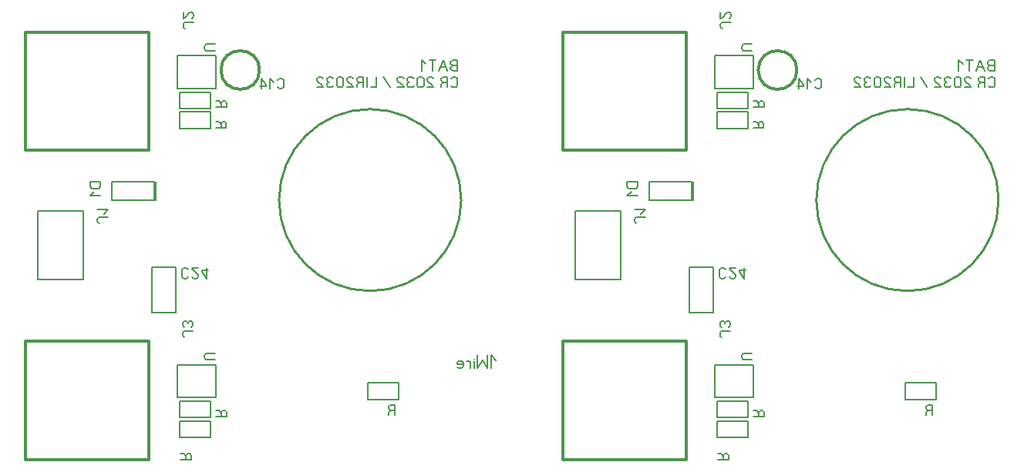
<source format=gbr>
%FSLAX34Y34*%
%MOMM*%
%LNSILK_BOTTOM*%
G71*
G01*
%ADD10C,0.250*%
%ADD11C,0.206*%
%ADD12C,0.200*%
%ADD13C,0.300*%
%ADD14C,0.150*%
%ADD15C,0.178*%
%LPD*%
G54D10*
G75*
G01X408914Y347160D02*
G03X408914Y347160I-100000J0D01*
G01*
G54D11*
X404335Y489220D02*
X404335Y500776D01*
X400001Y500776D01*
X398268Y500054D01*
X397401Y498609D01*
X397401Y497165D01*
X398268Y495720D01*
X400001Y494998D01*
X398268Y494276D01*
X397401Y492831D01*
X397401Y491387D01*
X398268Y489943D01*
X400001Y489220D01*
X404335Y489220D01*
G54D11*
X404335Y494998D02*
X400001Y494998D01*
G54D11*
X393358Y489220D02*
X389024Y500776D01*
X384691Y489220D01*
G54D11*
X391624Y493554D02*
X386424Y493554D01*
G54D11*
X377180Y489220D02*
X377180Y500776D01*
G54D11*
X380647Y500776D02*
X373713Y500776D01*
G54D11*
X369670Y496443D02*
X365336Y500776D01*
X365336Y489220D01*
G54D11*
X398002Y473286D02*
X398869Y471842D01*
X400602Y471119D01*
X402336Y471119D01*
X404069Y471842D01*
X404936Y473286D01*
X404936Y480508D01*
X404069Y481953D01*
X402336Y482675D01*
X400602Y482675D01*
X398869Y481953D01*
X398002Y480508D01*
G54D11*
X390492Y476897D02*
X387892Y475453D01*
X387025Y474008D01*
X387025Y471119D01*
G54D11*
X393959Y471119D02*
X393959Y482675D01*
X389625Y482675D01*
X387892Y481953D01*
X387025Y480508D01*
X387025Y479064D01*
X387892Y477619D01*
X389625Y476897D01*
X393959Y476897D01*
G54D11*
X371831Y471119D02*
X378765Y471119D01*
X378765Y471842D01*
X377898Y473286D01*
X372698Y477619D01*
X371831Y479064D01*
X371831Y480508D01*
X372698Y481953D01*
X374431Y482675D01*
X376165Y482675D01*
X377898Y481953D01*
X378765Y480508D01*
G54D11*
X360854Y480508D02*
X360854Y473286D01*
X361721Y471842D01*
X363454Y471119D01*
X365188Y471119D01*
X366921Y471842D01*
X367788Y473286D01*
X367788Y480508D01*
X366921Y481953D01*
X365188Y482675D01*
X363454Y482675D01*
X361721Y481953D01*
X360854Y480508D01*
G54D11*
X356811Y480508D02*
X355944Y481953D01*
X354211Y482675D01*
X352477Y482675D01*
X350744Y481953D01*
X349877Y480508D01*
X349877Y479064D01*
X350744Y477619D01*
X352477Y476897D01*
X350744Y476175D01*
X349877Y474730D01*
X349877Y473286D01*
X350744Y471842D01*
X352477Y471119D01*
X354211Y471119D01*
X355944Y471842D01*
X356811Y473286D01*
G54D11*
X338900Y471119D02*
X345834Y471119D01*
X345834Y471842D01*
X344967Y473286D01*
X339767Y477619D01*
X338900Y479064D01*
X338900Y480508D01*
X339767Y481953D01*
X341500Y482675D01*
X343234Y482675D01*
X344967Y481953D01*
X345834Y480508D01*
G54D11*
X330640Y471119D02*
X323706Y482675D01*
G54D11*
X315446Y482675D02*
X315446Y471119D01*
X309379Y471119D01*
G54D11*
X305335Y471119D02*
X305335Y482675D01*
G54D11*
X297824Y476897D02*
X295224Y475453D01*
X294357Y474008D01*
X294357Y471119D01*
G54D11*
X301291Y471119D02*
X301291Y482675D01*
X296957Y482675D01*
X295224Y481953D01*
X294357Y480508D01*
X294357Y479064D01*
X295224Y477619D01*
X296957Y476897D01*
X301291Y476897D01*
G54D11*
X283380Y471119D02*
X290314Y471119D01*
X290314Y471842D01*
X289447Y473286D01*
X284247Y477619D01*
X283380Y479064D01*
X283380Y480508D01*
X284247Y481953D01*
X285980Y482675D01*
X287714Y482675D01*
X289447Y481953D01*
X290314Y480508D01*
G54D11*
X272403Y480508D02*
X272403Y473286D01*
X273270Y471842D01*
X275003Y471119D01*
X276737Y471119D01*
X278470Y471842D01*
X279337Y473286D01*
X279337Y480508D01*
X278470Y481953D01*
X276737Y482675D01*
X275003Y482675D01*
X273270Y481953D01*
X272403Y480508D01*
G54D11*
X268360Y480508D02*
X267493Y481953D01*
X265760Y482675D01*
X264026Y482675D01*
X262293Y481953D01*
X261426Y480508D01*
X261426Y479064D01*
X262293Y477619D01*
X264026Y476897D01*
X262293Y476175D01*
X261426Y474730D01*
X261426Y473286D01*
X262293Y471842D01*
X264026Y471119D01*
X265760Y471119D01*
X267493Y471842D01*
X268360Y473286D01*
G54D11*
X250449Y471119D02*
X257383Y471119D01*
X257383Y471842D01*
X256516Y473286D01*
X251316Y477619D01*
X250449Y479064D01*
X250449Y480508D01*
X251316Y481953D01*
X253049Y482675D01*
X254783Y482675D01*
X256516Y481953D01*
X257383Y480508D01*
G54D12*
X-5750Y335092D02*
X-5750Y260092D01*
X-55750Y260092D01*
X-55750Y335092D01*
X-5750Y335092D01*
G54D11*
X20776Y328110D02*
X11387Y328111D01*
X9942Y327244D01*
X9220Y325510D01*
X9220Y323777D01*
X9942Y322044D01*
X11387Y321177D01*
G54D11*
X16442Y332154D02*
X20776Y336488D01*
X9220Y336488D01*
G54D13*
G75*
G01X187500Y490100D02*
G03X187500Y490100I-21200J0D01*
G01*
G54D11*
X207444Y471634D02*
X208311Y470189D01*
X210044Y469467D01*
X211778Y469467D01*
X213511Y470189D01*
X214378Y471634D01*
X214378Y478856D01*
X213511Y480300D01*
X211778Y481022D01*
X210044Y481022D01*
X208311Y480300D01*
X207444Y478856D01*
G54D11*
X203401Y476689D02*
X199068Y481022D01*
X199068Y469467D01*
G54D11*
X189824Y469467D02*
X189824Y481022D01*
X195024Y473800D01*
X195024Y472356D01*
X188090Y472356D01*
G54D13*
X65808Y531958D02*
X65808Y401958D01*
X-69192Y401958D01*
X-69192Y531958D01*
X65808Y531958D01*
G54D11*
X115274Y542514D02*
X105885Y542514D01*
X104441Y541648D01*
X103719Y539914D01*
X103719Y538181D01*
X104441Y536448D01*
X105885Y535581D01*
G54D11*
X103719Y553491D02*
X103719Y546558D01*
X104441Y546558D01*
X105885Y547425D01*
X110219Y552625D01*
X111663Y553491D01*
X113108Y553491D01*
X114552Y552625D01*
X115274Y550891D01*
X115274Y549158D01*
X114552Y547425D01*
X113108Y546558D01*
G54D13*
X65808Y191958D02*
X65808Y61958D01*
X-69192Y61958D01*
X-69192Y191958D01*
X65808Y191958D01*
G54D11*
X114483Y203305D02*
X105094Y203305D01*
X103650Y202439D01*
X102928Y200705D01*
X102928Y198972D01*
X103650Y197239D01*
X105094Y196372D01*
G54D11*
X112317Y207349D02*
X113761Y208216D01*
X114483Y209949D01*
X114483Y211682D01*
X113761Y213416D01*
X112317Y214282D01*
X110872Y214282D01*
X109428Y213416D01*
X108706Y211682D01*
X107983Y213416D01*
X106539Y214282D01*
X105094Y214282D01*
X103650Y213416D01*
X102928Y211682D01*
X102928Y209949D01*
X103650Y208216D01*
X105094Y207349D01*
G54D14*
X97117Y470153D02*
X139717Y470153D01*
X139717Y505753D01*
X97117Y505753D01*
X97117Y470153D01*
G54D11*
X138376Y511492D02*
X128987Y511492D01*
X127542Y512358D01*
X126820Y514092D01*
X126820Y515825D01*
X127542Y517558D01*
X128987Y518425D01*
X138376Y518425D01*
G54D14*
X133913Y447914D02*
X133913Y465914D01*
X99914Y465914D01*
X99913Y447914D01*
X133913Y447914D01*
G54D11*
X145642Y452721D02*
X144198Y455321D01*
X142753Y456188D01*
X139864Y456188D01*
G54D11*
X139864Y449254D02*
X151420Y449254D01*
X151420Y453588D01*
X150698Y455321D01*
X149253Y456188D01*
X147809Y456188D01*
X146364Y455321D01*
X145642Y453588D01*
X145642Y449254D01*
G54D14*
X133913Y426014D02*
X133913Y444014D01*
X99913Y444014D01*
X99913Y426014D01*
X133913Y426014D01*
G54D11*
X145242Y429921D02*
X143798Y432521D01*
X142353Y433388D01*
X139464Y433388D01*
G54D11*
X139464Y426454D02*
X151020Y426454D01*
X151020Y430788D01*
X150298Y432521D01*
X148853Y433388D01*
X147409Y433388D01*
X145964Y432521D01*
X145242Y430788D01*
X145242Y426454D01*
G54D14*
X97117Y130153D02*
X139717Y130153D01*
X139717Y165753D01*
X97117Y165753D01*
X97117Y130153D01*
G54D11*
X138376Y171492D02*
X128987Y171492D01*
X127542Y172358D01*
X126820Y174092D01*
X126820Y175825D01*
X127542Y177558D01*
X128987Y178425D01*
X138376Y178425D01*
G54D14*
X133913Y107914D02*
X133913Y125914D01*
X99914Y125914D01*
X99913Y107914D01*
X133913Y107914D01*
G54D11*
X145641Y112723D02*
X144197Y115323D01*
X142752Y116189D01*
X139864Y116189D01*
G54D11*
X139864Y109256D02*
X151419Y109256D01*
X151419Y113589D01*
X150697Y115323D01*
X149252Y116189D01*
X147808Y116189D01*
X146364Y115323D01*
X145641Y113589D01*
X145641Y109256D01*
G54D14*
X133913Y86014D02*
X133913Y104014D01*
X99913Y104014D01*
X99913Y86014D01*
X133913Y86014D01*
G54D11*
X106842Y65221D02*
X105398Y67821D01*
X103953Y68688D01*
X101064Y68688D01*
G54D11*
X101064Y61754D02*
X112620Y61754D01*
X112620Y66088D01*
X111898Y67821D01*
X110453Y68688D01*
X109009Y68688D01*
X107564Y67821D01*
X106842Y66088D01*
X106842Y61754D01*
G54D14*
X340568Y128000D02*
X340568Y146000D01*
X306568Y146000D01*
X306568Y128000D01*
X340568Y128000D01*
G54D11*
X332951Y116128D02*
X330351Y114683D01*
X329485Y113239D01*
X329485Y110350D01*
G54D11*
X336418Y110350D02*
X336418Y121906D01*
X332084Y121906D01*
X330351Y121183D01*
X329485Y119739D01*
X329484Y118294D01*
X330351Y116850D01*
X332084Y116128D01*
X336418Y116128D01*
G54D15*
X446886Y171106D02*
X441552Y176439D01*
X441552Y162217D01*
G54D15*
X437642Y176439D02*
X437642Y162217D01*
X432308Y171106D01*
X426975Y162217D01*
X426975Y176439D01*
G54D15*
X423064Y162217D02*
X423064Y170217D01*
G54D15*
X423064Y172884D02*
X423064Y172884D01*
G54D15*
X419152Y162217D02*
X419152Y170217D01*
G54D15*
X419152Y168439D02*
X417019Y170217D01*
X414886Y170217D01*
G54D15*
X404574Y163106D02*
X406281Y162217D01*
X408414Y162217D01*
X410548Y163106D01*
X410974Y164884D01*
X410974Y167906D01*
X409908Y169684D01*
X407774Y170217D01*
X405641Y169684D01*
X404574Y168439D01*
X404574Y166661D01*
X410974Y166661D01*
G54D14*
X71926Y366967D02*
X25126Y366967D01*
X25126Y346767D01*
X71926Y346767D01*
X71926Y366967D01*
G54D14*
X73926Y366967D02*
X73926Y346967D01*
G54D11*
X12848Y367000D02*
X1293Y367000D01*
X1293Y362667D01*
X2015Y360934D01*
X3459Y360067D01*
X10682Y360067D01*
X12126Y360934D01*
X12848Y362667D01*
X12848Y367000D01*
G54D11*
X5626Y356024D02*
X1293Y351690D01*
X12848Y351690D01*
G54D14*
X69508Y223612D02*
X95508Y223612D01*
X95508Y273612D01*
X69508Y273612D01*
X69508Y223612D01*
G54D11*
X109293Y270422D02*
X108426Y271866D01*
X106693Y272589D01*
X104959Y272589D01*
X103226Y271866D01*
X102359Y270422D01*
X102359Y263200D01*
X103226Y261755D01*
X104959Y261033D01*
X106693Y261033D01*
X108426Y261755D01*
X109293Y263200D01*
G54D11*
X120270Y272589D02*
X113336Y272589D01*
X113336Y271866D01*
X114203Y270422D01*
X119403Y266089D01*
X120270Y264644D01*
X120270Y263200D01*
X119403Y261755D01*
X117670Y261033D01*
X115936Y261033D01*
X114203Y261755D01*
X113336Y263200D01*
G54D11*
X129513Y272589D02*
X129513Y261033D01*
X124313Y268255D01*
X124313Y269700D01*
X131247Y269700D01*
G54D10*
G75*
G01X998915Y347160D02*
G03X998915Y347160I-100000J0D01*
G01*
G54D11*
X994335Y489220D02*
X994335Y500776D01*
X990001Y500776D01*
X988268Y500054D01*
X987401Y498609D01*
X987401Y497165D01*
X988268Y495720D01*
X990001Y494998D01*
X988268Y494276D01*
X987401Y492831D01*
X987401Y491387D01*
X988268Y489943D01*
X990001Y489220D01*
X994335Y489220D01*
G54D11*
X994335Y494998D02*
X990001Y494998D01*
G54D11*
X983358Y489220D02*
X979024Y500776D01*
X974691Y489220D01*
G54D11*
X981624Y493554D02*
X976424Y493554D01*
G54D11*
X967180Y489220D02*
X967180Y500776D01*
G54D11*
X970647Y500776D02*
X963713Y500776D01*
G54D11*
X959670Y496443D02*
X955336Y500776D01*
X955336Y489220D01*
G54D11*
X988002Y473286D02*
X988869Y471842D01*
X990602Y471119D01*
X992336Y471119D01*
X994069Y471842D01*
X994936Y473286D01*
X994936Y480508D01*
X994069Y481953D01*
X992336Y482675D01*
X990602Y482675D01*
X988869Y481953D01*
X988002Y480508D01*
G54D11*
X980492Y476897D02*
X977892Y475453D01*
X977026Y474008D01*
X977025Y471119D01*
G54D11*
X983959Y471119D02*
X983959Y482675D01*
X979626Y482675D01*
X977892Y481953D01*
X977026Y480508D01*
X977026Y479064D01*
X977892Y477619D01*
X979625Y476897D01*
X983959Y476897D01*
G54D11*
X961831Y471119D02*
X968765Y471119D01*
X968765Y471842D01*
X967898Y473286D01*
X962698Y477619D01*
X961832Y479064D01*
X961832Y480508D01*
X962698Y481953D01*
X964432Y482675D01*
X966165Y482675D01*
X967898Y481953D01*
X968765Y480508D01*
G54D11*
X950854Y480508D02*
X950854Y473286D01*
X951721Y471842D01*
X953454Y471119D01*
X955188Y471119D01*
X956921Y471842D01*
X957788Y473286D01*
X957788Y480508D01*
X956921Y481953D01*
X955188Y482675D01*
X953454Y482675D01*
X951721Y481953D01*
X950854Y480508D01*
G54D11*
X946811Y480508D02*
X945944Y481953D01*
X944211Y482675D01*
X942478Y482675D01*
X940744Y481953D01*
X939878Y480508D01*
X939878Y479064D01*
X940744Y477619D01*
X942477Y476897D01*
X940744Y476175D01*
X939878Y474730D01*
X939878Y473286D01*
X940744Y471842D01*
X942477Y471119D01*
X944211Y471119D01*
X945944Y471842D01*
X946811Y473286D01*
G54D11*
X928900Y471119D02*
X935834Y471119D01*
X935834Y471842D01*
X934967Y473286D01*
X929767Y477619D01*
X928900Y479064D01*
X928900Y480508D01*
X929767Y481953D01*
X931500Y482675D01*
X933234Y482675D01*
X934967Y481953D01*
X935834Y480508D01*
G54D11*
X920640Y471119D02*
X913706Y482675D01*
G54D11*
X905446Y482675D02*
X905446Y471119D01*
X899379Y471119D01*
G54D11*
X895335Y471119D02*
X895335Y482675D01*
G54D11*
X887824Y476897D02*
X885224Y475453D01*
X884357Y474008D01*
X884357Y471119D01*
G54D11*
X891291Y471119D02*
X891291Y482675D01*
X886957Y482675D01*
X885224Y481953D01*
X884357Y480508D01*
X884357Y479064D01*
X885224Y477619D01*
X886957Y476897D01*
X891291Y476897D01*
G54D11*
X873380Y471119D02*
X880314Y471119D01*
X880314Y471842D01*
X879447Y473286D01*
X874247Y477619D01*
X873380Y479064D01*
X873380Y480508D01*
X874247Y481953D01*
X875980Y482675D01*
X877714Y482675D01*
X879447Y481953D01*
X880314Y480508D01*
G54D11*
X862403Y480508D02*
X862403Y473286D01*
X863270Y471842D01*
X865003Y471119D01*
X866737Y471119D01*
X868470Y471842D01*
X869337Y473286D01*
X869337Y480508D01*
X868470Y481953D01*
X866737Y482675D01*
X865003Y482675D01*
X863270Y481953D01*
X862403Y480508D01*
G54D11*
X858360Y480508D02*
X857493Y481953D01*
X855760Y482675D01*
X854026Y482675D01*
X852293Y481953D01*
X851426Y480508D01*
X851426Y479064D01*
X852293Y477619D01*
X854026Y476897D01*
X852293Y476175D01*
X851426Y474730D01*
X851426Y473286D01*
X852293Y471842D01*
X854026Y471119D01*
X855760Y471119D01*
X857493Y471842D01*
X858360Y473286D01*
G54D11*
X840449Y471119D02*
X847383Y471119D01*
X847383Y471842D01*
X846516Y473286D01*
X841316Y477619D01*
X840449Y479064D01*
X840449Y480508D01*
X841316Y481953D01*
X843049Y482675D01*
X844783Y482675D01*
X846516Y481953D01*
X847383Y480508D01*
G54D12*
X584250Y335092D02*
X584250Y260092D01*
X534250Y260092D01*
X534250Y335092D01*
X584250Y335092D01*
G54D11*
X610776Y328110D02*
X601387Y328111D01*
X599942Y327244D01*
X599220Y325510D01*
X599220Y323777D01*
X599942Y322044D01*
X601387Y321177D01*
G54D11*
X606442Y332154D02*
X610776Y336488D01*
X599220Y336488D01*
G54D13*
G75*
G01X777500Y490100D02*
G03X777500Y490100I-21200J0D01*
G01*
G54D11*
X797444Y471634D02*
X798311Y470189D01*
X800044Y469467D01*
X801778Y469467D01*
X803511Y470189D01*
X804378Y471634D01*
X804378Y478856D01*
X803511Y480300D01*
X801778Y481022D01*
X800044Y481022D01*
X798311Y480300D01*
X797444Y478856D01*
G54D11*
X793401Y476689D02*
X789068Y481022D01*
X789068Y469467D01*
G54D11*
X779824Y469467D02*
X779824Y481022D01*
X785024Y473800D01*
X785024Y472356D01*
X778090Y472356D01*
G54D13*
X655808Y531958D02*
X655808Y401958D01*
X520808Y401958D01*
X520808Y531958D01*
X655808Y531958D01*
G54D11*
X705274Y542514D02*
X695885Y542514D01*
X694441Y541648D01*
X693719Y539914D01*
X693719Y538181D01*
X694441Y536448D01*
X695885Y535581D01*
G54D11*
X693719Y553491D02*
X693719Y546558D01*
X694441Y546558D01*
X695885Y547425D01*
X700219Y552625D01*
X701663Y553491D01*
X703108Y553491D01*
X704552Y552625D01*
X705274Y550891D01*
X705274Y549158D01*
X704552Y547425D01*
X703108Y546558D01*
G54D13*
X655808Y191958D02*
X655808Y61958D01*
X520808Y61958D01*
X520808Y191958D01*
X655808Y191958D01*
G54D11*
X704483Y203305D02*
X695094Y203305D01*
X693650Y202439D01*
X692928Y200705D01*
X692928Y198972D01*
X693650Y197239D01*
X695094Y196372D01*
G54D11*
X702317Y207349D02*
X703761Y208216D01*
X704483Y209949D01*
X704483Y211682D01*
X703761Y213416D01*
X702317Y214282D01*
X700872Y214282D01*
X699428Y213416D01*
X698706Y211682D01*
X697983Y213416D01*
X696539Y214282D01*
X695094Y214282D01*
X693650Y213416D01*
X692928Y211682D01*
X692928Y209949D01*
X693650Y208216D01*
X695094Y207349D01*
G54D14*
X687117Y470153D02*
X729717Y470153D01*
X729717Y505753D01*
X687117Y505753D01*
X687117Y470153D01*
G54D11*
X728376Y511492D02*
X718987Y511492D01*
X717542Y512358D01*
X716820Y514092D01*
X716820Y515825D01*
X717542Y517558D01*
X718987Y518425D01*
X728376Y518425D01*
G54D14*
X723913Y447914D02*
X723913Y465914D01*
X689914Y465914D01*
X689913Y447914D01*
X723913Y447914D01*
G54D11*
X735642Y452721D02*
X734198Y455321D01*
X732753Y456188D01*
X729864Y456188D01*
G54D11*
X729864Y449254D02*
X741420Y449254D01*
X741420Y453588D01*
X740698Y455321D01*
X739253Y456188D01*
X737809Y456188D01*
X736364Y455321D01*
X735642Y453588D01*
X735642Y449254D01*
G54D14*
X723913Y426014D02*
X723913Y444014D01*
X689913Y444014D01*
X689913Y426014D01*
X723913Y426014D01*
G54D11*
X735242Y429921D02*
X733798Y432521D01*
X732353Y433388D01*
X729464Y433388D01*
G54D11*
X729464Y426454D02*
X741020Y426454D01*
X741020Y430788D01*
X740298Y432521D01*
X738853Y433388D01*
X737409Y433388D01*
X735964Y432521D01*
X735242Y430788D01*
X735242Y426454D01*
G54D14*
X687117Y130153D02*
X729717Y130153D01*
X729717Y165753D01*
X687117Y165753D01*
X687117Y130153D01*
G54D11*
X728376Y171492D02*
X718987Y171492D01*
X717542Y172358D01*
X716820Y174092D01*
X716820Y175825D01*
X717542Y177558D01*
X718987Y178425D01*
X728376Y178425D01*
G54D14*
X723913Y107914D02*
X723913Y125914D01*
X689914Y125914D01*
X689913Y107914D01*
X723913Y107914D01*
G54D11*
X735641Y112723D02*
X734197Y115323D01*
X732752Y116189D01*
X729864Y116189D01*
G54D11*
X729864Y109256D02*
X741419Y109256D01*
X741419Y113589D01*
X740697Y115323D01*
X739252Y116189D01*
X737808Y116189D01*
X736364Y115323D01*
X735641Y113589D01*
X735641Y109256D01*
G54D14*
X723913Y86014D02*
X723913Y104014D01*
X689913Y104014D01*
X689913Y86014D01*
X723913Y86014D01*
G54D11*
X696842Y65221D02*
X695398Y67821D01*
X693953Y68688D01*
X691064Y68688D01*
G54D11*
X691064Y61754D02*
X702620Y61754D01*
X702620Y66088D01*
X701898Y67821D01*
X700453Y68688D01*
X699009Y68688D01*
X697564Y67821D01*
X696842Y66088D01*
X696842Y61754D01*
G54D14*
X930568Y128000D02*
X930568Y146000D01*
X896568Y146000D01*
X896568Y128000D01*
X930568Y128000D01*
G54D11*
X922951Y116128D02*
X920351Y114683D01*
X919485Y113239D01*
X919485Y110350D01*
G54D11*
X926418Y110350D02*
X926418Y121906D01*
X922084Y121906D01*
X920351Y121183D01*
X919485Y119739D01*
X919484Y118294D01*
X920351Y116850D01*
X922084Y116128D01*
X926418Y116128D01*
G54D14*
X661926Y366967D02*
X615126Y366967D01*
X615126Y346767D01*
X661926Y346767D01*
X661926Y366967D01*
G54D14*
X663926Y366967D02*
X663926Y346967D01*
G54D11*
X602848Y367000D02*
X591293Y367000D01*
X591293Y362667D01*
X592015Y360934D01*
X593459Y360067D01*
X600682Y360067D01*
X602126Y360934D01*
X602848Y362667D01*
X602848Y367000D01*
G54D11*
X595626Y356024D02*
X591293Y351690D01*
X602848Y351690D01*
G54D14*
X659508Y223612D02*
X685508Y223612D01*
X685508Y273612D01*
X659508Y273612D01*
X659508Y223612D01*
G54D11*
X699293Y270422D02*
X698426Y271866D01*
X696693Y272589D01*
X694959Y272589D01*
X693226Y271866D01*
X692359Y270422D01*
X692359Y263200D01*
X693226Y261755D01*
X694959Y261033D01*
X696693Y261033D01*
X698426Y261755D01*
X699293Y263200D01*
G54D11*
X710270Y272589D02*
X703336Y272589D01*
X703336Y271866D01*
X704203Y270422D01*
X709403Y266089D01*
X710270Y264644D01*
X710270Y263200D01*
X709403Y261755D01*
X707670Y261033D01*
X705936Y261033D01*
X704203Y261755D01*
X703336Y263200D01*
G54D11*
X719513Y272589D02*
X719513Y261033D01*
X714313Y268255D01*
X714313Y269700D01*
X721247Y269700D01*
M02*

</source>
